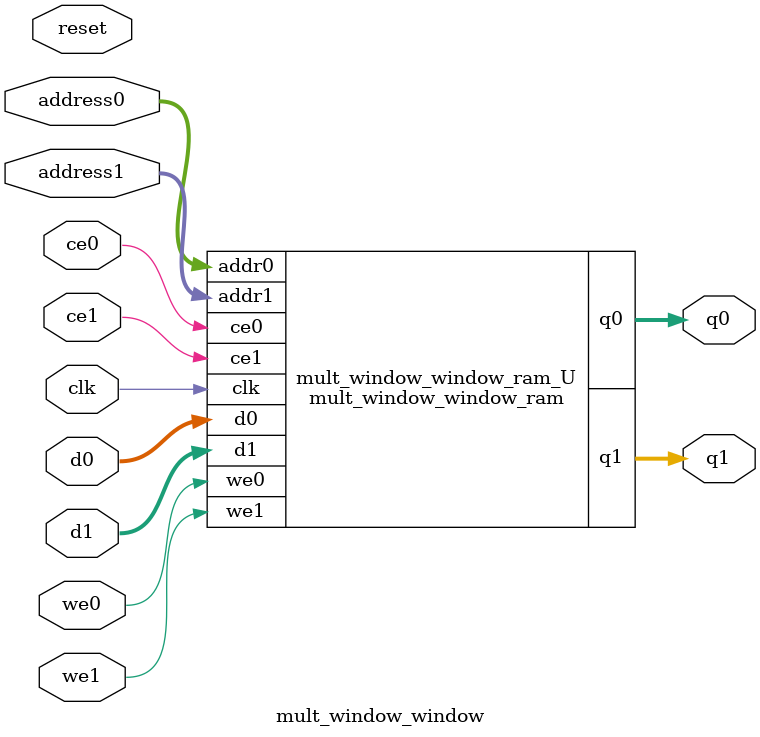
<source format=v>
`timescale 1 ns / 1 ps
module mult_window_window_ram (addr0, ce0, d0, we0, q0, addr1, ce1, d1, we1, q1,  clk);

parameter DWIDTH = 32;
parameter AWIDTH = 8;
parameter MEM_SIZE = 256;

input[AWIDTH-1:0] addr0;
input ce0;
input[DWIDTH-1:0] d0;
input we0;
output reg[DWIDTH-1:0] q0;
input[AWIDTH-1:0] addr1;
input ce1;
input[DWIDTH-1:0] d1;
input we1;
output reg[DWIDTH-1:0] q1;
input clk;

(* ram_style = "block" *)reg [DWIDTH-1:0] ram[0:MEM_SIZE-1];




always @(posedge clk)  
begin 
    if (ce0) begin
        if (we0) 
            ram[addr0] <= d0; 
        q0 <= ram[addr0];
    end
end


always @(posedge clk)  
begin 
    if (ce1) begin
        if (we1) 
            ram[addr1] <= d1; 
        q1 <= ram[addr1];
    end
end


endmodule

`timescale 1 ns / 1 ps
module mult_window_window(
    reset,
    clk,
    address0,
    ce0,
    we0,
    d0,
    q0,
    address1,
    ce1,
    we1,
    d1,
    q1);

parameter DataWidth = 32'd32;
parameter AddressRange = 32'd256;
parameter AddressWidth = 32'd8;
input reset;
input clk;
input[AddressWidth - 1:0] address0;
input ce0;
input we0;
input[DataWidth - 1:0] d0;
output[DataWidth - 1:0] q0;
input[AddressWidth - 1:0] address1;
input ce1;
input we1;
input[DataWidth - 1:0] d1;
output[DataWidth - 1:0] q1;



mult_window_window_ram mult_window_window_ram_U(
    .clk( clk ),
    .addr0( address0 ),
    .ce0( ce0 ),
    .we0( we0 ),
    .d0( d0 ),
    .q0( q0 ),
    .addr1( address1 ),
    .ce1( ce1 ),
    .we1( we1 ),
    .d1( d1 ),
    .q1( q1 ));

endmodule


</source>
